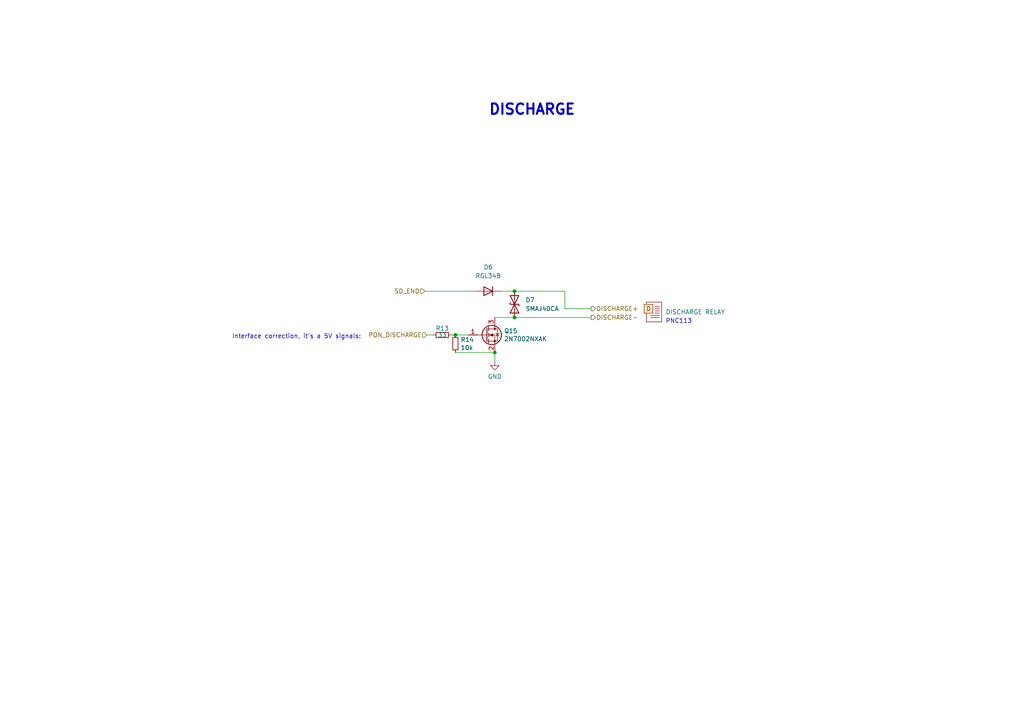
<source format=kicad_sch>
(kicad_sch (version 20211123) (generator eeschema)
  (paper "A4")
  (lib_symbols
    (symbol "Device:D_TVS" (pin_numbers hide) (pin_names (offset 1.016) hide)
      (property "Reference" "D" (at 0 2.54 0))
      (property "Value" "D_TVS" (at 0 -2.54 0))
      (symbol "D_TVS_0_1"
        (polyline (pts (xy 1.27 0) (xy -1.27 0)))
        (polyline (pts (xy 0.508 1.27) (xy 0 1.27) (xy 0 -1.27) (xy -0.508 -1.27)) (stroke (width 0.254)))
        (polyline (pts (xy -2.54 1.27) (xy -2.54 -1.27) (xy 2.54 1.27) (xy 2.54 -1.27) (xy -2.54 1.27)) (stroke (width 0.254)))
      )
      (symbol "D_TVS_1_1"
        (pin passive line (at -3.81 0 0) (length 2.54) (name "A1") (number "1"))
        (pin passive line (at 3.81 0 180) (length 2.54) (name "A2") (number "2"))
      )
    )
    (symbol "Device:Q_NMOS_GSD" (pin_names (offset 0) hide)
      (property "Reference" "Q" (at 5.08 1.27 0))
      (property "Value" "Q_NMOS_GSD" (at 5.08 -1.27 0))
      (symbol "Q_NMOS_GSD_0_1"
        (polyline (pts (xy 0.254 0) (xy -2.54 0)))
        (polyline (pts (xy 0.254 1.905) (xy 0.254 -1.905)) (stroke (width 0.254)))
        (polyline (pts (xy 0.762 -1.27) (xy 0.762 -2.286)) (stroke (width 0.254)))
        (polyline (pts (xy 0.762 0.508) (xy 0.762 -0.508)) (stroke (width 0.254)))
        (polyline (pts (xy 0.762 2.286) (xy 0.762 1.27)) (stroke (width 0.254)))
        (polyline (pts (xy 2.54 2.54) (xy 2.54 1.778)))
        (polyline (pts (xy 2.54 -2.54) (xy 2.54 0) (xy 0.762 0)))
        (polyline (pts (xy 0.762 -1.778) (xy 3.302 -1.778) (xy 3.302 1.778) (xy 0.762 1.778)))
        (polyline (pts (xy 1.016 0) (xy 2.032 0.381) (xy 2.032 -0.381) (xy 1.016 0)) (fill (type outline)))
        (polyline (pts (xy 2.794 0.508) (xy 2.921 0.381) (xy 3.683 0.381) (xy 3.81 0.254)))
        (polyline (pts (xy 3.302 0.381) (xy 2.921 -0.254) (xy 3.683 -0.254) (xy 3.302 0.381)))
        (circle (center 1.651 0) (radius 2.794) (stroke (width 0.254)))
        (circle (center 2.54 -1.778) (radius 0.254) (fill (type outline)))
        (circle (center 2.54 1.778) (radius 0.254) (fill (type outline)))
      )
      (symbol "Q_NMOS_GSD_1_1"
        (pin input line (at -5.08 0 0) (length 2.54) (name "G") (number "1"))
        (pin passive line (at 2.54 -5.08 90) (length 2.54) (name "S") (number "2"))
        (pin passive line (at 2.54 5.08 270) (length 2.54) (name "D") (number "3"))
      )
    )
    (symbol "Device:R_Small" (pin_numbers hide) (pin_names (offset 0.254) hide)
      (property "Reference" "R" (at 0.762 0.508 0))
      (property "Value" "R_Small" (at 0.762 -1.016 0))
      (symbol "R_Small_0_1"
        (rectangle (start -0.762 1.778) (end 0.762 -1.778) (stroke (width 0.2032)))
      )
      (symbol "R_Small_1_1"
        (pin passive line (at 0 2.54 270) (length 0.762) (name "~") (number "1"))
        (pin passive line (at 0 -2.54 90) (length 0.762) (name "~") (number "2"))
      )
    )
    (symbol "Eagle_Main:RGL34x" (pin_numbers hide) (pin_names (offset 1.016) hide)
      (property "Reference" "D" (at 0 2.54 0))
      (property "Value" "RGL34x" (at 0 -2.54 0))
      (symbol "RGL34x_0_1"
        (polyline (pts (xy -1.27 1.27) (xy -1.27 -1.27)) (stroke (width 0.254)))
        (polyline (pts (xy 1.27 0) (xy -1.27 0)))
        (polyline (pts (xy 1.27 1.27) (xy 1.27 -1.27) (xy -1.27 0) (xy 1.27 1.27)) (stroke (width 0.254)))
      )
      (symbol "RGL34x_1_1"
        (pin passive line (at -3.81 0 0) (length 2.54) (name "K") (number "1"))
        (pin passive line (at 3.81 0 180) (length 2.54) (name "A") (number "2"))
      )
    )
    (symbol "Eagle_Symbols:Datasheet" (on_board no)
      (property "Value" "Datasheet" (at 0 3.81 0))
      (symbol "Datasheet_0_0"
        (text "D" (at -1.778 0.635 0) (effects (font (size 1.27 1.27))))
      )
      (symbol "Datasheet_0_1"
        (rectangle (start -3.048 1.905) (end -0.508 -0.635) (fill (type background)))
        (polyline (pts (xy -1.143 -1.905) (xy 1.397 -1.905)))
        (polyline (pts (xy -1.143 -1.27) (xy 1.397 -1.27)))
        (polyline (pts (xy 0.127 -0.635) (xy 1.397 -0.635)))
        (polyline (pts (xy 0.127 0) (xy 1.397 0)))
        (polyline (pts (xy 0.127 0.635) (xy 1.397 0.635)))
        (polyline (pts (xy 0.127 1.27) (xy 1.397 1.27)))
        (polyline (pts (xy -2.413 1.905) (xy -2.413 2.54) (xy 2.032 2.54) (xy 2.032 -3.175) (xy -2.413 -3.175) (xy -2.413 -0.635)))
      )
    )
    (symbol "power:GND" (power) (pin_names (offset 0))
      (property "Value" "GND" (at 0 -3.81 0))
      (symbol "GND_0_1"
        (polyline (pts (xy 0 0) (xy 0 -1.27) (xy 1.27 -1.27) (xy 0 -2.54) (xy -1.27 -1.27) (xy 0 -1.27)))
      )
      (symbol "GND_1_1"
        (pin power_in line (at 0 0 270) (length 0) hide (name "GND") (number "1"))
      )
    )
  )
  (junction (at 149.225 92.075))
  (junction (at 143.51 102.235))
  (junction (at 149.225 84.455))
  (junction (at 132.08 97.155))
  (wire (pts (xy 123.825 97.155) (xy 125.73 97.155)))
  (wire (pts (xy 145.415 84.455) (xy 149.225 84.455)))
  (wire (pts (xy 143.51 102.235) (xy 132.08 102.235)))
  (wire (pts (xy 163.83 89.535) (xy 171.45 89.535)))
  (wire (pts (xy 171.45 92.075) (xy 149.225 92.075)))
  (wire (pts (xy 163.83 84.455) (xy 163.83 89.535)))
  (wire (pts (xy 130.81 97.155) (xy 132.08 97.155)))
  (wire (pts (xy 143.51 104.775) (xy 143.51 102.235)))
  (wire (pts (xy 123.19 84.455) (xy 137.795 84.455)))
  (wire (pts (xy 149.225 92.075) (xy 143.51 92.075)))
  (wire (pts (xy 149.225 84.455) (xy 163.83 84.455)))
  (wire (pts (xy 132.08 97.155) (xy 135.89 97.155)))
  (text "PNC113" (at 193.04 93.98 0) (effects (font (size 1.27 1.27)) (justify left bottom)))
  (text "Interface correction, it's a 5V signals:" (at 67.31 98.425 0) (effects (font (size 1.27 1.27)) (justify left bottom)))
  (text "DISCHARGE" (at 141.605 33.655 0) (effects (font (size 2.9972 2.9972) (thickness 0.5994) bold) (justify left bottom)))
  (hierarchical_label "DISCHARGE+" (shape output) (at 171.45 89.535 0))
  (hierarchical_label "SD_END" (shape input) (at 123.19 84.455 180))
  (hierarchical_label "PON_DISCHARGE" (shape input) (at 123.825 97.155 180))
  (hierarchical_label "DISCHARGE-" (shape output) (at 171.45 92.075 0))
  (symbol (lib_id "Device:Q_NMOS_GSD") (at 140.97 97.155 0) (unit 1)
    (property "Reference" "Q15" (at 146.177 95.9866 0) (effects (justify left)))
    (property "Value" "2N7002NXAK" (at 146.177 98.298 0) (effects (justify left)))
    (property "Footprint" "Package_TO_SOT_SMD:SOT-23" (effects hide))
    (property "Datasheet" "datasheets/2N7002NXAK.pdf" (effects hide))
  )
  (symbol (lib_id "Eagle_Main:RGL34x") (at 141.605 84.455 180) (unit 1)
    (property "Reference" "D6" (at 141.605 77.47 0))
    (property "Value" "RGL34B" (at 141.605 80.01 0))
    (property "Footprint" "Diode_SMD:D_MiniMELF" (effects hide))
    (property "Datasheet" "datasheets/rgl34a-1768034.pdf" (effects hide))
  )
  (symbol (lib_id "Device:R_Small") (at 128.27 97.155 270) (unit 1)
    (property "Reference" "R13" (at 128.27 95.25 90))
    (property "Value" "33" (at 128.27 97.155 90))
    (property "Footprint" "Resistor_SMD:R_0603_1608Metric" (effects hide))
  )
  (symbol (lib_id "Device:R_Small") (at 132.08 99.695 0) (unit 1)
    (property "Reference" "R14" (at 133.5786 98.5266 0) (effects (justify left)))
    (property "Value" "10k" (at 133.5786 100.838 0) (effects (justify left)))
    (property "Footprint" "Resistor_SMD:R_0603_1608Metric" (effects hide))
  )
  (symbol (lib_id "Device:D_TVS") (at 149.225 88.265 90) (unit 1)
    (property "Reference" "D7" (at 152.4 86.9949 90) (effects (justify right)))
    (property "Value" "SMAJ40CA" (at 152.4 89.5349 90) (effects (justify right)))
    (property "Footprint" "Diode_SMD:D_SMA" (effects hide))
    (property "Datasheet" "datasheets/SMAJ-778033.pdf" (effects hide))
  )
  (symbol (lib_id "power:GND") (at 143.51 104.775 0) (unit 1)
    (property "Reference" "#PWR0185" (effects hide))
    (property "Value" "GND" (at 143.51 109.22 0))
  )
  (symbol (lib_id "Eagle_Symbols:Datasheet") (at 189.865 90.17 0) (unit 1) (on_board no)
    (property "Reference" "D8" (effects hide))
    (property "Value" "DISCHARGE RELAY" (at 193.04 90.4874 0) (effects (justify left)))
    (property "Datasheet" "datasheets/discharge_relay_PNC113.pdf" (effects hide))
  )
)
</source>
